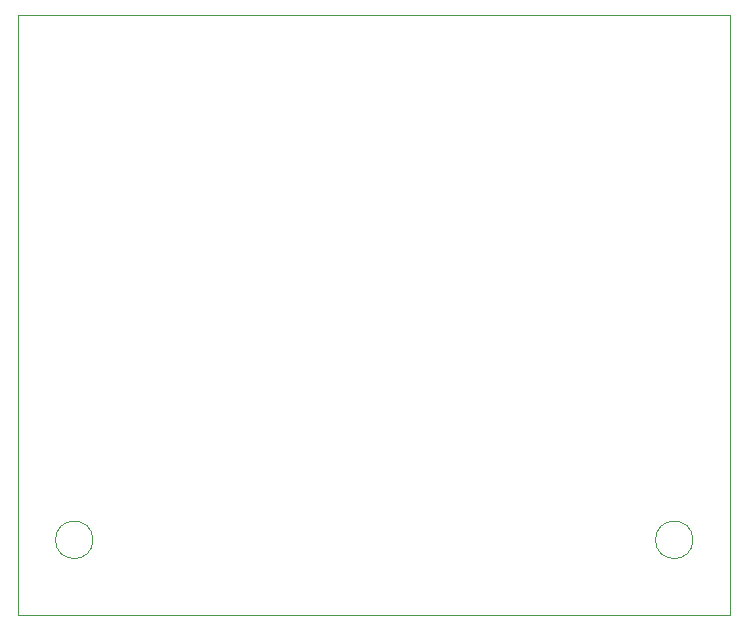
<source format=gm1>
G04 #@! TF.GenerationSoftware,KiCad,Pcbnew,(5.1.0)-1*
G04 #@! TF.CreationDate,2019-06-02T09:38:51-04:00*
G04 #@! TF.ProjectId,SCH1110 - IO Module PCB,53434831-3131-4302-902d-20494f204d6f,-*
G04 #@! TF.SameCoordinates,Original*
G04 #@! TF.FileFunction,Profile,NP*
%FSLAX46Y46*%
G04 Gerber Fmt 4.6, Leading zero omitted, Abs format (unit mm)*
G04 Created by KiCad (PCBNEW (5.1.0)-1) date 2019-06-02 09:38:51*
%MOMM*%
%LPD*%
G04 APERTURE LIST*
%ADD10C,0.025400*%
G04 APERTURE END LIST*
D10*
X158750000Y-95250000D02*
G75*
G03X158750000Y-95250000I-1587500J0D01*
G01*
X107950000Y-95250000D02*
G75*
G03X107950000Y-95250000I-1587500J0D01*
G01*
X161925000Y-101600000D02*
X101600000Y-101600000D01*
X161925000Y-50800000D02*
X161925000Y-101600000D01*
X101600000Y-50800000D02*
X161925000Y-50800000D01*
X101600000Y-101600000D02*
X101600000Y-50800000D01*
M02*

</source>
